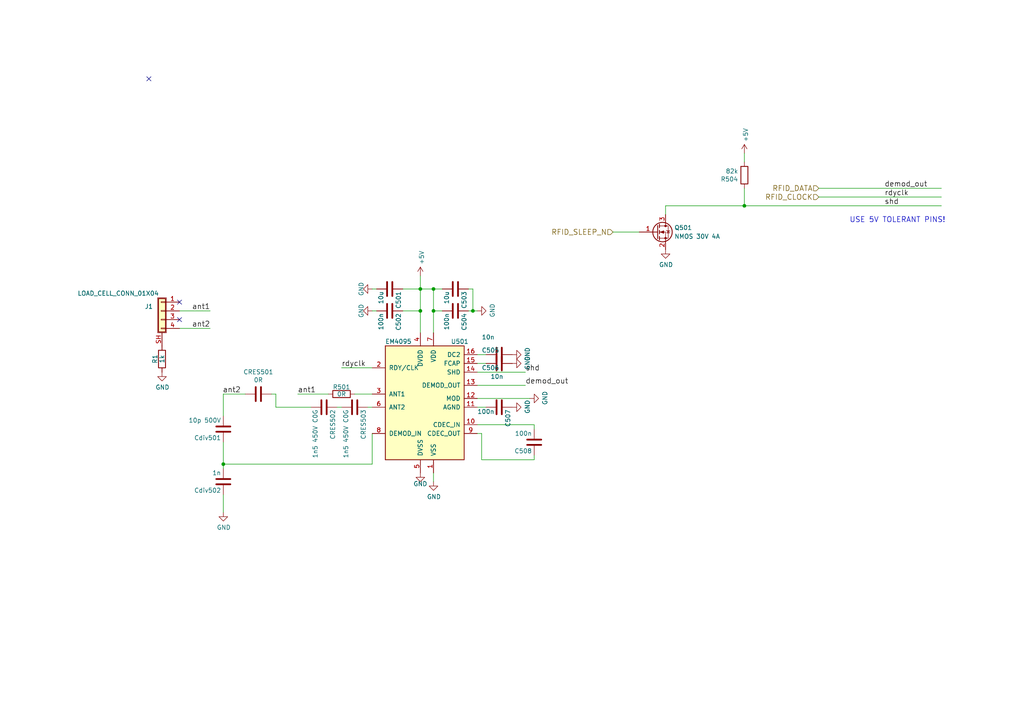
<source format=kicad_sch>
(kicad_sch (version 20211123) (generator eeschema)
  (paper "A4")
  (lib_symbols
    (symbol "Connector_Generic_Shielded:Conn_01x04_Shielded" (pin_names (offset 1.016) hide)
      (property "Reference" "J" (at 0.254 4.826 0))
      (property "Value" "Connector_Generic_Shielded_Conn_01x04_Shielded" (at 1.016 -7.366 0))
      (symbol "Conn_01x04_Shielded_1_1"
        (rectangle (start -1.27 3.81) (end 1.27 -6.35) (stroke (width 0.1524)))
        (rectangle (start -1.016 -4.953) (end 0.254 -5.207) (stroke (width 0.1524)))
        (rectangle (start -1.016 -2.413) (end 0.254 -2.667) (stroke (width 0.1524)))
        (rectangle (start -1.016 0.127) (end 0.254 -0.127) (stroke (width 0.1524)))
        (rectangle (start -1.016 2.667) (end 0.254 2.413) (stroke (width 0.1524)))
        (rectangle (start -1.016 3.556) (end 1.016 -6.096) (stroke (width 0.254)) (fill (type background)))
        (pin passive line (at -5.08 2.54 0) (length 4.064) (name "Pin_1") (number "1"))
        (pin passive line (at -5.08 0 0) (length 4.064) (name "Pin_2") (number "2"))
        (pin passive line (at -5.08 -2.54 0) (length 4.064) (name "Pin_3") (number "3"))
        (pin passive line (at -5.08 -5.08 0) (length 4.064) (name "Pin_4") (number "4"))
        (pin passive line (at 0 -10.16 90) (length 3.81) (name "Shield") (number "SH"))
      )
    )
    (symbol "Device:C" (pin_numbers hide) (pin_names (offset 0.254))
      (property "Reference" "C" (at 0.635 2.54 0))
      (property "Value" "Device_C" (at 0.635 -2.54 0))
      (symbol "C_0_1"
        (polyline (pts (xy -2.032 -0.762) (xy 2.032 -0.762)) (stroke (width 0.508)))
        (polyline (pts (xy -2.032 0.762) (xy 2.032 0.762)) (stroke (width 0.508)))
      )
      (symbol "C_1_1"
        (pin passive line (at 0 3.81 270) (length 2.794) (name "~") (number "1"))
        (pin passive line (at 0 -3.81 90) (length 2.794) (name "~") (number "2"))
      )
    )
    (symbol "Device:R" (pin_numbers hide) (pin_names (offset 0))
      (property "Reference" "R" (at 2.032 0 90))
      (property "Value" "Device_R" (at 0 0 90))
      (symbol "R_0_1"
        (rectangle (start -1.016 -2.54) (end 1.016 2.54) (stroke (width 0.254)))
      )
      (symbol "R_1_1"
        (pin passive line (at 0 3.81 270) (length 1.27) (name "~") (number "1"))
        (pin passive line (at 0 -3.81 90) (length 1.27) (name "~") (number "2"))
      )
    )
    (symbol "Nestbox_v2-rescue:+5V-power1" (power) (pin_names (offset 0))
      (property "Value" "+5V-power1" (at 0 3.556 0))
      (symbol "+5V-power1_0_1"
        (polyline (pts (xy -0.762 1.27) (xy 0 2.54)))
        (polyline (pts (xy 0 0) (xy 0 2.54)))
        (polyline (pts (xy 0 2.54) (xy 0.762 1.27)))
      )
      (symbol "+5V-power1_1_1"
        (pin power_in line (at 0 0 90) (length 0) hide (name "+5V") (number "1"))
      )
    )
    (symbol "Nestbox_v2-rescue:GND-power1" (power) (pin_names (offset 0))
      (property "Value" "GND-power1" (at 0 -3.81 0))
      (symbol "GND-power1_0_1"
        (polyline (pts (xy 0 0) (xy 0 -1.27) (xy 1.27 -1.27) (xy 0 -2.54) (xy -1.27 -1.27) (xy 0 -1.27)))
      )
      (symbol "GND-power1_1_1"
        (pin power_in line (at 0 0 270) (length 0) hide (name "GND") (number "1"))
      )
    )
    (symbol "Nestbox_v2-rescue:Q_NMOS_GSD-device" (pin_names (offset 0) hide)
      (property "Reference" "Q" (at 5.08 1.27 0))
      (property "Value" "Q_NMOS_GSD-device" (at 5.08 -1.27 0))
      (symbol "Q_NMOS_GSD-device_0_1"
        (polyline (pts (xy 0.0508 0) (xy 0.254 0)))
        (polyline (pts (xy 0.762 -1.778) (xy 2.54 -1.778)))
        (polyline (pts (xy 0.762 -1.27) (xy 0.762 -2.286)) (stroke (width 0.254)))
        (polyline (pts (xy 0.762 0) (xy 2.54 0)))
        (polyline (pts (xy 0.762 0.508) (xy 0.762 -0.508)) (stroke (width 0.254)))
        (polyline (pts (xy 0.762 1.778) (xy 2.54 1.778)))
        (polyline (pts (xy 0.762 2.286) (xy 0.762 1.27)) (stroke (width 0.254)))
        (polyline (pts (xy 2.54 -1.778) (xy 2.54 -2.54)))
        (polyline (pts (xy 2.54 -1.778) (xy 2.54 0)))
        (polyline (pts (xy 2.54 2.54) (xy 2.54 1.778)))
        (polyline (pts (xy 0.254 1.905) (xy 0.254 -1.905) (xy 0.254 -1.905)) (stroke (width 0.254)))
        (polyline (pts (xy 1.016 0) (xy 2.032 0.381) (xy 2.032 -0.381) (xy 1.016 0)) (fill (type outline)))
        (polyline (pts (xy 2.54 -1.778) (xy 3.302 -1.778) (xy 3.302 1.778) (xy 2.54 1.778)))
        (polyline (pts (xy 2.794 0.508) (xy 2.921 0.381) (xy 3.683 0.381) (xy 3.81 0.254)))
        (polyline (pts (xy 3.302 0.381) (xy 2.921 -0.254) (xy 3.683 -0.254) (xy 3.302 0.381)))
        (circle (center 1.651 0) (radius 2.8194) (stroke (width 0.254)))
        (circle (center 2.54 -1.778) (radius 0.2794) (fill (type outline)))
        (circle (center 2.54 1.778) (radius 0.2794) (fill (type outline)))
      )
      (symbol "Q_NMOS_GSD-device_1_1"
        (pin input line (at -5.08 0 0) (length 5.08) (name "G") (number "1"))
        (pin passive line (at 2.54 -5.08 90) (length 2.54) (name "S") (number "2"))
        (pin passive line (at 2.54 5.08 270) (length 2.54) (name "D") (number "3"))
      )
    )
    (symbol "Nestbox_v2-rescue:R-device" (pin_numbers hide) (pin_names (offset 0))
      (property "Reference" "R" (at 2.032 0 90))
      (property "Value" "R-device" (at 0 0 90))
      (symbol "R-device_0_1"
        (rectangle (start -1.016 -2.54) (end 1.016 2.54) (stroke (width 0.254)))
      )
      (symbol "R-device_1_1"
        (pin passive line (at 0 3.81 270) (length 1.27) (name "~") (number "1"))
        (pin passive line (at 0 -3.81 90) (length 1.27) (name "~") (number "2"))
      )
    )
    (symbol "Octanis3:EM4095" (pin_names (offset 1.016))
      (property "Reference" "U" (at -11.43 17.78 0))
      (property "Value" "EM4095" (at 2.54 17.78 0))
      (symbol "EM4095_0_1"
        (rectangle (start -11.43 16.51) (end 11.43 -16.51) (stroke (width 0.254)) (fill (type background)))
      )
      (symbol "EM4095_1_1"
        (pin power_in line (at 2.54 -20.32 90) (length 3.81) (name "VSS") (number "1"))
        (pin input line (at 15.24 -6.35 180) (length 3.81) (name "CDEC_IN") (number "10"))
        (pin input line (at 15.24 -1.27 180) (length 3.81) (name "AGND") (number "11"))
        (pin input line (at 15.24 1.27 180) (length 3.81) (name "MOD") (number "12"))
        (pin output line (at 15.24 5.08 180) (length 3.81) (name "DEMOD_OUT") (number "13"))
        (pin output line (at 15.24 8.89 180) (length 3.81) (name "SHD") (number "14"))
        (pin passive line (at 15.24 11.43 180) (length 3.81) (name "FCAP") (number "15"))
        (pin passive line (at 15.24 13.97 180) (length 3.81) (name "DC2") (number "16"))
        (pin output line (at -15.24 10.16 0) (length 3.81) (name "RDY/CLK") (number "2"))
        (pin output line (at -15.24 2.54 0) (length 3.81) (name "ANT1") (number "3"))
        (pin power_in line (at -1.27 20.32 270) (length 3.81) (name "DVDD") (number "4"))
        (pin power_in line (at -1.27 -20.32 90) (length 3.81) (name "DVSS") (number "5"))
        (pin output line (at -15.24 -1.27 0) (length 3.81) (name "ANT2") (number "6"))
        (pin passive line (at 2.54 20.32 270) (length 3.81) (name "VDD") (number "7"))
        (pin input line (at -15.24 -8.89 0) (length 3.81) (name "DEMOD_IN") (number "8"))
        (pin passive line (at 15.24 -8.89 180) (length 3.81) (name "CDEC_OUT") (number "9"))
      )
    )
    (symbol "power:GND" (power) (pin_names (offset 0))
      (property "Value" "power_GND" (at 0 -3.81 0))
      (symbol "GND_0_1"
        (polyline (pts (xy 0 0) (xy 0 -1.27) (xy 1.27 -1.27) (xy 0 -2.54) (xy -1.27 -1.27) (xy 0 -1.27)))
      )
      (symbol "GND_1_1"
        (pin power_in line (at 0 0 270) (length 0) hide (name "GND") (number "1"))
      )
    )
  )
  (junction (at 64.77 134.62))
  (junction (at 125.73 83.82))
  (junction (at 121.92 83.82))
  (junction (at 125.73 90.17))
  (junction (at 121.92 90.17))
  (junction (at 215.9 59.69))
  (junction (at 137.16 90.17))
  (no_connect (at 52.07 92.71))
  (no_connect (at 43.18 22.86))
  (no_connect (at 52.07 87.63))
  (wire (pts (xy 193.04 59.69) (xy 215.9 59.69)))
  (wire (pts (xy 52.07 90.17) (xy 60.96 90.17)))
  (wire (pts (xy 215.9 54.61) (xy 215.9 59.69)))
  (wire (pts (xy 86.36 114.3) (xy 95.25 114.3)))
  (wire (pts (xy 128.27 90.17) (xy 125.73 90.17)))
  (wire (pts (xy 139.7 133.35) (xy 154.94 133.35)))
  (wire (pts (xy 107.95 83.82) (xy 109.22 83.82)))
  (wire (pts (xy 137.16 83.82) (xy 137.16 90.17)))
  (wire (pts (xy 215.9 59.69) (xy 273.05 59.69)))
  (wire (pts (xy 80.01 118.11) (xy 80.01 114.3)))
  (wire (pts (xy 90.17 118.11) (xy 80.01 118.11)))
  (wire (pts (xy 140.97 118.11) (xy 138.43 118.11)))
  (wire (pts (xy 125.73 83.82) (xy 125.73 90.17)))
  (wire (pts (xy 138.43 111.76) (xy 152.4 111.76)))
  (wire (pts (xy 121.92 83.82) (xy 121.92 90.17)))
  (wire (pts (xy 140.97 102.87) (xy 138.43 102.87)))
  (wire (pts (xy 64.77 128.27) (xy 64.77 134.62)))
  (wire (pts (xy 80.01 114.3) (xy 78.74 114.3)))
  (wire (pts (xy 102.87 114.3) (xy 107.95 114.3)))
  (wire (pts (xy 97.79 118.11) (xy 99.06 118.11)))
  (wire (pts (xy 139.7 125.73) (xy 139.7 133.35)))
  (wire (pts (xy 128.27 83.82) (xy 125.73 83.82)))
  (wire (pts (xy 215.9 44.45) (xy 215.9 46.99)))
  (wire (pts (xy 107.95 134.62) (xy 64.77 134.62)))
  (wire (pts (xy 138.43 105.41) (xy 140.97 105.41)))
  (wire (pts (xy 107.95 118.11) (xy 106.68 118.11)))
  (wire (pts (xy 237.49 57.15) (xy 273.05 57.15)))
  (wire (pts (xy 107.95 106.68) (xy 99.06 106.68)))
  (wire (pts (xy 71.12 114.3) (xy 64.77 114.3)))
  (wire (pts (xy 138.43 115.57) (xy 153.67 115.57)))
  (wire (pts (xy 52.07 95.25) (xy 60.96 95.25)))
  (wire (pts (xy 193.04 62.23) (xy 193.04 59.69)))
  (wire (pts (xy 121.92 90.17) (xy 116.84 90.17)))
  (wire (pts (xy 154.94 124.46) (xy 154.94 123.19)))
  (wire (pts (xy 237.49 54.61) (xy 273.05 54.61)))
  (wire (pts (xy 107.95 90.17) (xy 109.22 90.17)))
  (wire (pts (xy 121.92 83.82) (xy 125.73 83.82)))
  (wire (pts (xy 64.77 143.51) (xy 64.77 148.59)))
  (wire (pts (xy 121.92 90.17) (xy 121.92 96.52)))
  (wire (pts (xy 138.43 107.95) (xy 152.4 107.95)))
  (wire (pts (xy 125.73 90.17) (xy 125.73 96.52)))
  (wire (pts (xy 121.92 83.82) (xy 116.84 83.82)))
  (wire (pts (xy 154.94 123.19) (xy 138.43 123.19)))
  (wire (pts (xy 125.73 139.7) (xy 125.73 137.16)))
  (wire (pts (xy 135.89 83.82) (xy 137.16 83.82)))
  (wire (pts (xy 64.77 114.3) (xy 64.77 120.65)))
  (wire (pts (xy 177.8 67.31) (xy 185.42 67.31)))
  (wire (pts (xy 154.94 133.35) (xy 154.94 132.08)))
  (wire (pts (xy 138.43 125.73) (xy 139.7 125.73)))
  (wire (pts (xy 64.77 134.62) (xy 64.77 135.89)))
  (wire (pts (xy 107.95 125.73) (xy 107.95 134.62)))
  (wire (pts (xy 135.89 90.17) (xy 137.16 90.17)))
  (wire (pts (xy 121.92 80.01) (xy 121.92 83.82)))
  (wire (pts (xy 137.16 90.17) (xy 138.43 90.17)))
  (text "USE 5V TOLERANT PINS!" (at 246.38 64.77 0) (effects (font (size 1.524 1.524)) (justify left bottom)))
  (label "ant1" (at 60.96 90.17 180) (effects (font (size 1.524 1.524))))
  (label "shd" (at 256.54 59.69 0) (effects (font (size 1.524 1.524))))
  (label "rdyclk" (at 256.54 57.15 0) (effects (font (size 1.524 1.524))))
  (label "ant2" (at 69.85 114.3 180) (effects (font (size 1.524 1.524))))
  (label "ant2" (at 60.96 95.25 180) (effects (font (size 1.524 1.524))))
  (label "shd" (at 152.4 107.95 0) (effects (font (size 1.524 1.524))))
  (label "demod_out" (at 256.54 54.61 0) (effects (font (size 1.524 1.524))))
  (label "ant1" (at 86.36 114.3 0) (effects (font (size 1.524 1.524))))
  (label "demod_out" (at 152.4 111.76 0) (effects (font (size 1.524 1.524))))
  (label "rdyclk" (at 99.06 106.68 0) (effects (font (size 1.524 1.524))))
  (hierarchical_label "RFID_SLEEP_N" (shape input) (at 177.8 67.31 180) (effects (font (size 1.524 1.524))))
  (hierarchical_label "RFID_CLOCK" (shape input) (at 237.49 57.15 180) (effects (font (size 1.524 1.524))))
  (hierarchical_label "RFID_DATA" (shape input) (at 237.49 54.61 180) (effects (font (size 1.524 1.524))))
  (symbol (lib_id "Nestbox_v2-rescue:+5V-power1") (at 121.92 80.01 0) (unit 1)
    (property "Reference" "#PWR0504" (effects hide))
    (property "Value" "+5V" (at 122.301 76.7588 90) (effects (justify left)))
  )
  (symbol (lib_id "Device:C") (at 64.77 139.7 180) (unit 1)
    (property "Reference" "Cdiv502" (at 64.135 142.24 0) (effects (justify left)))
    (property "Value" "1n" (at 64.135 137.16 0) (effects (justify left)))
    (property "Footprint" "Capacitor_SMD:C_0603_1608Metric" (effects hide))
  )
  (symbol (lib_id "power:GND") (at 125.73 139.7 0) (unit 1)
    (property "Reference" "#PWR0506" (effects hide))
    (property "Value" "GND" (at 125.857 144.0942 0))
  )
  (symbol (lib_id "Octanis3:EM4095") (at 123.19 116.84 0) (unit 1)
    (property "Reference" "U501" (at 133.35 99.06 0))
    (property "Value" "EM4095" (at 115.57 99.06 0))
    (property "Footprint" "Package_SO:SOIC-16_3.9x9.9mm_P1.27mm" (effects hide))
    (property "MPN" "EM4095" (effects hide))
  )
  (symbol (lib_id "Device:C") (at 144.78 102.87 270) (unit 1)
    (property "Reference" "C505" (at 139.7 101.6 90) (effects (justify left)))
    (property "Value" "10n" (at 139.7 97.79 90) (effects (justify left)))
    (property "Footprint" "Capacitor_SMD:C_0603_1608Metric" (effects hide))
  )
  (symbol (lib_id "Device:C") (at 144.78 105.41 270) (unit 1)
    (property "Reference" "C506" (at 139.7 106.68 90) (effects (justify left)))
    (property "Value" "10n" (at 142.24 109.22 90) (effects (justify left)))
    (property "Footprint" "Capacitor_SMD:C_0603_1608Metric" (effects hide))
  )
  (symbol (lib_id "Device:C") (at 144.78 118.11 270) (unit 1)
    (property "Reference" "C507" (at 147.32 118.745 0) (effects (justify left)))
    (property "Value" "100n" (at 138.43 119.38 90) (effects (justify left)))
    (property "Footprint" "Capacitor_SMD:C_0603_1608Metric" (effects hide))
  )
  (symbol (lib_id "power:GND") (at 64.77 148.59 0) (unit 1)
    (property "Reference" "#PWR0501" (effects hide))
    (property "Value" "GND" (at 64.897 152.9842 0))
  )
  (symbol (lib_id "power:GND") (at 148.59 118.11 90) (unit 1)
    (property "Reference" "#PWR0510" (effects hide))
    (property "Value" "GND" (at 152.9842 117.983 0))
  )
  (symbol (lib_id "power:GND") (at 148.59 105.41 90) (unit 1)
    (property "Reference" "#PWR0509" (effects hide))
    (property "Value" "GND" (at 152.9842 105.283 0))
  )
  (symbol (lib_id "power:GND") (at 148.59 102.87 90) (unit 1)
    (property "Reference" "#PWR0508" (effects hide))
    (property "Value" "GND" (at 152.9842 102.743 0))
  )
  (symbol (lib_id "Nestbox_v2-rescue:R-device") (at 215.9 50.8 180) (unit 1)
    (property "Reference" "R504" (at 214.122 51.9684 0) (effects (justify left)))
    (property "Value" "82k" (at 214.122 49.657 0) (effects (justify left)))
    (property "Footprint" "Resistor_SMD:R_0603_1608Metric" (effects hide))
  )
  (symbol (lib_id "Nestbox_v2-rescue:GND-power1") (at 193.04 72.39 0) (unit 1)
    (property "Reference" "#PWR0512" (effects hide))
    (property "Value" "GND" (at 193.167 76.7842 0))
  )
  (symbol (lib_id "Nestbox_v2-rescue:Q_NMOS_GSD-device") (at 190.5 67.31 0) (unit 1)
    (property "Reference" "Q501" (at 195.58 66.04 0) (effects (justify left)))
    (property "Value" "NMOS 30V 4A" (at 195.58 68.58 0) (effects (justify left)))
    (property "Footprint" "Package_TO_SOT_SMD:SOT-23" (effects hide))
    (property "MPN" "PMV45EN2R" (effects hide))
  )
  (symbol (lib_id "Device:C") (at 132.08 90.17 270) (unit 1)
    (property "Reference" "C504" (at 134.62 90.805 0) (effects (justify left)))
    (property "Value" "100n" (at 129.54 90.805 0) (effects (justify left)))
    (property "Footprint" "Capacitor_SMD:C_0603_1608Metric" (effects hide))
  )
  (symbol (lib_id "Device:C") (at 113.03 83.82 270) (unit 1)
    (property "Reference" "C501" (at 115.57 84.455 0) (effects (justify left)))
    (property "Value" "10u" (at 110.49 84.455 0) (effects (justify left)))
    (property "Footprint" "Capacitor_SMD:C_0805_2012Metric" (effects hide))
  )
  (symbol (lib_id "power:GND") (at 138.43 90.17 90) (unit 1)
    (property "Reference" "#PWR0507" (effects hide))
    (property "Value" "GND" (at 142.8242 90.043 0))
  )
  (symbol (lib_id "Device:C") (at 74.93 114.3 270) (unit 1)
    (property "Reference" "CRES501" (at 74.93 107.8992 90))
    (property "Value" "0R" (at 74.93 110.2106 90))
    (property "Footprint" "Capacitor_SMD:C_0603_1608Metric" (effects hide))
  )
  (symbol (lib_id "Device:C") (at 102.87 118.11 270) (unit 1)
    (property "Reference" "CRES503" (at 105.41 118.745 0) (effects (justify left)))
    (property "Value" "1n5 450V C0G" (at 100.33 118.745 0) (effects (justify left)))
    (property "Footprint" "Capacitor_SMD:C_0805_2012Metric" (effects hide))
    (property "MPN" "CGA4F4C0G2W152J085AE" (effects hide))
  )
  (symbol (lib_id "Device:C") (at 93.98 118.11 270) (unit 1)
    (property "Reference" "CRES502" (at 96.52 118.745 0) (effects (justify left)))
    (property "Value" "1n5 450V C0G" (at 91.44 118.745 0) (effects (justify left)))
    (property "Footprint" "Capacitor_SMD:C_0805_2012Metric" (effects hide))
    (property "MPN" "CGA4F4C0G2W152J085AE" (effects hide))
  )
  (symbol (lib_id "Device:C") (at 64.77 124.46 180) (unit 1)
    (property "Reference" "Cdiv501" (at 64.135 127 0) (effects (justify left)))
    (property "Value" "10p 500V" (at 64.135 121.92 0) (effects (justify left)))
    (property "Footprint" "Capacitor_SMD:C_0805_2012Metric" (effects hide))
    (property "MPN" "C0805C100JDGACTU" (effects hide))
  )
  (symbol (lib_id "Device:C") (at 154.94 128.27 180) (unit 1)
    (property "Reference" "C508" (at 154.305 130.81 0) (effects (justify left)))
    (property "Value" "100n" (at 154.305 125.73 0) (effects (justify left)))
    (property "Footprint" "Capacitor_SMD:C_0603_1608Metric" (effects hide))
    (property "Datasheet" "DNP" (effects hide))
  )
  (symbol (lib_id "power:GND") (at 153.67 115.57 90) (unit 1)
    (property "Reference" "#PWR0511" (effects hide))
    (property "Value" "GND" (at 158.0642 115.443 0))
  )
  (symbol (lib_id "power:GND") (at 121.92 137.16 0) (unit 1)
    (property "Reference" "#PWR0505" (effects hide))
    (property "Value" "GND" (at 121.92 140.335 0))
  )
  (symbol (lib_id "Device:C") (at 113.03 90.17 270) (unit 1)
    (property "Reference" "C502" (at 115.57 90.805 0) (effects (justify left)))
    (property "Value" "100n" (at 110.49 90.805 0) (effects (justify left)))
    (property "Footprint" "Capacitor_SMD:C_0603_1608Metric" (effects hide))
  )
  (symbol (lib_id "power:GND") (at 107.95 83.82 270) (unit 1)
    (property "Reference" "#PWR0502" (effects hide))
    (property "Value" "GND" (at 104.775 83.82 0))
  )
  (symbol (lib_id "power:GND") (at 107.95 90.17 270) (mirror x) (unit 1)
    (property "Reference" "#PWR0503" (effects hide))
    (property "Value" "GND" (at 104.775 90.17 0))
  )
  (symbol (lib_id "Device:C") (at 132.08 83.82 270) (unit 1)
    (property "Reference" "C503" (at 134.62 84.455 0) (effects (justify left)))
    (property "Value" "10u" (at 129.54 84.455 0) (effects (justify left)))
    (property "Footprint" "Capacitor_SMD:C_0805_2012Metric" (effects hide))
  )
  (symbol (lib_id "Nestbox_v2-rescue:+5V-power1") (at 215.9 44.45 0) (unit 1)
    (property "Reference" "#PWR0513" (effects hide))
    (property "Value" "+5V" (at 216.281 41.1988 90) (effects (justify left)))
  )
  (symbol (lib_id "Device:R") (at 99.06 114.3 90) (unit 1)
    (property "Reference" "R501" (at 99.06 112.268 90))
    (property "Value" "0R" (at 99.06 114.3 90))
    (property "Footprint" "Resistor_SMD:R_0603_1608Metric" (effects hide))
  )
  (symbol (lib_id "Connector_Generic_Shielded:Conn_01x04_Shielded") (at 46.99 90.17 0) (mirror y) (unit 1)
    (property "Reference" "J1" (at 43.18 88.9 0))
    (property "Value" "LOAD_CELL_CONN_01X04" (at 34.29 85.09 0))
    (property "Footprint" "lib_fp:MB08MBSAFF04RA" (effects hide))
    (property "MPN" "MB08MBSAFF04RA" (effects hide))
    (property "MPN2" "M8S-04PMMR-SF8001" (effects hide))
  )
  (symbol (lib_id "Device:R") (at 46.99 104.14 180) (unit 1)
    (property "Reference" "R1" (at 44.958 104.14 90))
    (property "Value" "1k" (at 46.99 104.14 90))
    (property "Footprint" "Resistor_SMD:R_0603_1608Metric" (effects hide))
  )
  (symbol (lib_id "power:GND") (at 46.99 107.95 0) (unit 1)
    (property "Reference" "#PWR0102" (effects hide))
    (property "Value" "GND" (at 47.117 112.3442 0))
  )
)
</source>
